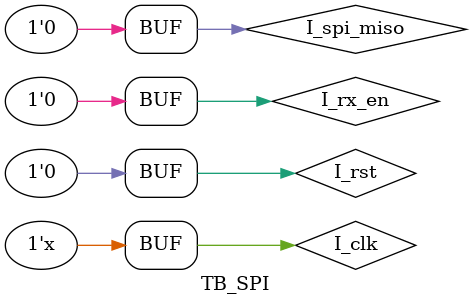
<source format=v>
`timescale 1ns / 1ps


module TB_SPI();
// Inputs
    reg I_clk;
    reg I_rst;
    reg I_rx_en;
    reg I_tx_en;
    reg [7:0] I_data_in;
    reg I_spi_miso;

    // Outputs
    wire [7:0] O_data_out;
    wire O_tx_done;
    wire O_rx_done;
    wire O_spi_sck;
    wire O_spi_cs;
    wire O_spi_mosi;

    // Instantiate the Unit Under Test (UUT)
    SPI_module u0 (
    .I_clk         (I_clk),
    .I_rst         (I_rst),
    .I_rx_en        (I_rx_en),
    .I_tx_en        (I_tx_en),
    .I_data_in      (I_data_in),
    .I_spi_miso     (I_spi_miso),
    .O_data_out     (O_data_out),
    .O_tx_done      (O_tx_done ),
    .O_rx_done      (O_rx_done ),
    .O_spi_sck      (O_spi_sck ),
    .O_spi_cs       (O_spi_cs  ),
    .O_spi_mosi     (O_spi_mosi));
    
    initial begin
        // Initialize Inputs
        I_clk = 0;
        I_rst = 1;
        I_rx_en = 0;
        I_tx_en = 1;
        I_data_in = 8'h00;
        I_spi_miso = 0;

        // Wait 100 ns for global reset to finish
        #100;
        I_rst = 0;  

    end
    
    always #10 I_clk = ~I_clk ;
    
    always @(posedge I_clk)
    begin
         if(I_rst)
            I_data_in <= 8'h00;
         else if(I_data_in == 8'hff)
            begin
                I_data_in <= 8'hff;
                I_tx_en <= 0;
            end
         else if(O_tx_done)
            I_data_in <= I_data_in + 1'b1 ;            
    end
      
endmodule


</source>
